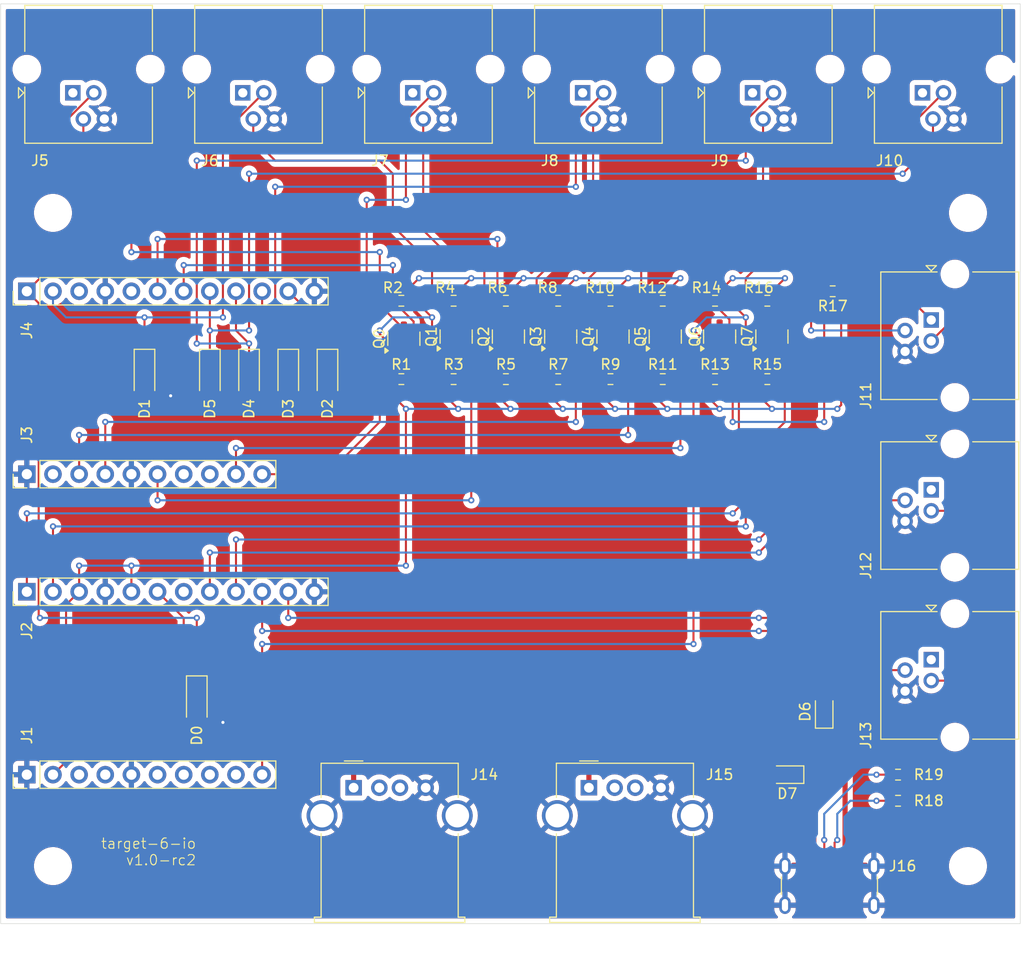
<source format=kicad_pcb>
(kicad_pcb (version 20221018) (generator pcbnew)
  (layers (0 "F.Cu" signal) (31 "B.Cu" signal) (34 "B.Paste" user) (35 "F.Paste" user) (36 "B.SilkS" user "B.Silkscreen") (37 "F.SilkS" user "F.Silkscreen") (38 "B.Mask" user) (39 "F.Mask" user) (44 "Edge.Cuts" user))
  (net 0 "")
  (net 1 "GND")
  (net 3 "VCC5V0")
  (net 4 "SWITCH_BUZZER")
  (net 5 "TARGET_LED3")
  (net 6 "TARGET_LED2")
  (net 8 "SWITCH_BUTTON")
  (net 10 "TARGET_LED1")
  (net 11 "TARGET_LED0")
  (net 12 "TARGET_LED5")
  (net 13 "TARGET_LED4")
  (net 19 "C_GPIO10")
  (net 21 "CHIGH_OUT")
  (net 22 "CHIGH_IN")
  (net 24 "S0_GPIO1")
  (net 25 "S0_GPIO4")
  (net 26 "S0_GPIO5")
  (net 27 "S0_GPIO6")
  (net 28 "S0_GPIO7")
  (net 29 "CLOW_OUT")
  (net 30 "CLOW_IN")
  (net 31 "S0_GPIO19")
  (net 32 "S0_GPIO18")
  (net 33 "S0_GPIO9")
  (net 34 "S0_GPIO20")
  (net 35 "S0_GPIO21")
  (net 36 "S0_GPIO10")
  (net 37 "S0_GPIO8")
  (net 38 "C_GPIO0")
  (net 39 "C_GPIO1")
  (net 46 "C_VCC3V3")
  (net 47 "S0_VCC3V3")
  (net 55 "Net-(J16-CC2)")
  (net 56 "Net-(J16-CC1)")
  (net 57 "Net-(D6-A1)")
  (footprint "Diode_SMD:D_SOD-323" (layer "F.Cu") (at 101.82 101.6 180)
    (fp_text reference "D7")
    (fp_text value "D_TVS")
  )
  (footprint "Connector_RJ:RJ14_Connfly_DS1133-S4_Horizontal" (layer "F.Cu") (at 98.45 35.32)
    (fp_text reference "J9")
    (fp_text value "RJ14")
  )
  (footprint "Resistor_SMD:R_0603_1608Metric" (layer "F.Cu") (at 64.325 55.531249 180)
    (fp_text reference "R2")
    (fp_text value "10K")
  )
  (footprint "Connector_USB:USB_A_Molex_67643_Horizontal" (layer "F.Cu") (at 59.69 102.87)
    (fp_text reference "J14")
    (fp_text value "USB_A")
  )
  (footprint "Package_TO_SOT_SMD:SOT-23" (layer "F.Cu") (at 69.65 59.01375 90)
    (fp_text reference "Q1")
    (fp_text value "Transistor_FET:BSS138")
  )
  (footprint "Resistor_SMD:R_0603_1608Metric" (layer "F.Cu") (at 106.235 54.61 180)
    (fp_text reference "R17")
    (fp_text value "10K")
  )
  (footprint "Package_TO_SOT_SMD:SOT-23" (layer "F.Cu") (at 79.81 59.01375 90)
    (fp_text reference "Q3")
    (fp_text value "Transistor_FET:BSS138")
  )
  (footprint "Resistor_SMD:R_0603_1608Metric" (layer "F.Cu") (at 69.405 55.531249 180)
    (fp_text reference "R4")
    (fp_text value "10K")
  )
  (footprint "Diode_SMD:D_SOD-123" (layer "F.Cu") (at 39.37 62.61 -90)
    (fp_text reference "D1")
    (fp_text value "D_Zener")
  )
  (footprint "Diode_SMD:D_SOD-323" (layer "F.Cu") (at 105.41 95.47 90)
    (fp_text reference "D6")
    (fp_text value "D_TVS")
  )
  (footprint "Package_TO_SOT_SMD:SOT-23" (layer "F.Cu") (at 100.33 59.01375 90)
    (fp_text reference "Q7")
    (fp_text value "Transistor_FET:BSS138")
  )
  (footprint "Resistor_SMD:R_0603_1608Metric" (layer "F.Cu") (at 79.565 55.531249 180)
    (fp_text reference "R8")
    (fp_text value "10K")
  )
  (footprint "Diode_SMD:D_SOD-123" (layer "F.Cu") (at 45.72 62.61 -90)
    (fp_text reference "D5")
    (fp_text value "D_Zener")
  )
  (footprint "Diode_SMD:D_SOD-123" (layer "F.Cu") (at 57.15 62.61 -90)
    (fp_text reference "D2")
    (fp_text value "D_Zener")
  )
  (footprint "Connector_RJ:RJ14_Connfly_DS1133-S4_Horizontal" (layer "F.Cu") (at 65.43 35.32)
    (fp_text reference "J7")
    (fp_text value "RJ14")
  )
  (footprint "Resistor_SMD:R_0603_1608Metric" (layer "F.Cu") (at 94.805 63.151249)
    (fp_text reference "R13")
    (fp_text value "10K")
  )
  (footprint "Resistor_SMD:R_0603_1608Metric" (layer "F.Cu") (at 89.725 55.531249 180)
    (fp_text reference "R12")
    (fp_text value "10K")
  )
  (footprint "Resistor_SMD:R_0603_1608Metric" (layer "F.Cu") (at 99.885 63.151249)
    (fp_text reference "R15")
    (fp_text value "10K")
  )
  (footprint "Package_TO_SOT_SMD:SOT-23" (layer "F.Cu") (at 95.25 59.01375 90)
    (fp_text reference "Q6")
    (fp_text value "Transistor_FET:BSS138")
  )
  (footprint "MountingHole:MountingHole_3.2mm_M3_ISO14580" (layer "F.Cu") (at 30.48 110.49)
    (fp_text reference "H1" hide)
    (fp_text value "MountingHole")
  )
  (footprint "Package_TO_SOT_SMD:SOT-23" (layer "F.Cu") (at 84.89 59.01375 90)
    (fp_text reference "Q4")
    (fp_text value "Transistor_FET:BSS138")
  )
  (footprint "Connector_RJ:RJ14_Connfly_DS1133-S4_Horizontal" (layer "F.Cu") (at 115.81 73.91 -90)
    (fp_text reference "J12")
    (fp_text value "RJ14")
  )
  (footprint "Resistor_SMD:R_0603_1608Metric" (layer "F.Cu") (at 84.645 55.531249 180)
    (fp_text reference "R10")
    (fp_text value "10K")
  )
  (footprint "Resistor_SMD:R_0603_1608Metric" (layer "F.Cu") (at 112.585 101.6)
    (fp_text reference "R19")
    (fp_text value "5.1K")
  )
  (footprint "Resistor_SMD:R_0603_1608Metric" (layer "F.Cu") (at 79.565 63.151249)
    (fp_text reference "R7")
    (fp_text value "10K")
  )
  (footprint "Package_TO_SOT_SMD:SOT-23" (layer "F.Cu") (at 64.57 59.22125 90)
    (fp_text reference "Q0")
    (fp_text value "Transistor_FET:BSS138")
  )
  (footprint "Resistor_SMD:R_0603_1608Metric" (layer "F.Cu") (at 84.645 63.151249)
    (fp_text reference "R9")
    (fp_text value "10K")
  )
  (footprint "Package_TO_SOT_SMD:SOT-23" (layer "F.Cu") (at 89.97 59.01375 90)
    (fp_text reference "Q5")
    (fp_text value "Transistor_FET:BSS138")
  )
  (footprint "Connector_RJ:RJ14_Connfly_DS1133-S4_Horizontal" (layer "F.Cu") (at 32.41 35.32)
    (fp_text reference "J5")
    (fp_text value "RJ14")
  )
  (footprint "Resistor_SMD:R_0603_1608Metric" (layer "F.Cu") (at 74.485 63.151249)
    (fp_text reference "R5")
    (fp_text value "10K")
  )
  (footprint "MountingHole:MountingHole_3.2mm_M3_ISO14580" (layer "F.Cu") (at 119.38 46.99)
    (fp_text reference "H4" hide)
    (fp_text value "MountingHole")
  )
  (footprint "Connector_RJ:RJ14_Connfly_DS1133-S4_Horizontal" (layer "F.Cu") (at 115.81 57.4 -90)
    (fp_text reference "J11")
    (fp_text value "RJ14")
  )
  (footprint "Resistor_SMD:R_0603_1608Metric" (layer "F.Cu") (at 94.805 55.531249 180)
    (fp_text reference "R14")
    (fp_text value "10K")
  )
  (footprint "Resistor_SMD:R_0603_1608Metric" (layer "F.Cu") (at 112.585 104.14)
    (fp_text reference "R18")
    (fp_text value "5.1K")
  )
  (footprint "Connector_RJ:RJ14_Connfly_DS1133-S4_Horizontal" (layer "F.Cu") (at 115.81 90.42 -90)
    (fp_text reference "J13")
    (fp_text value "RJ14")
  )
  (footprint "Connector_PinHeader_2.54mm:PinHeader_1x10_P2.54mm_Vertical" (layer "F.Cu") (at 27.94 72.39 90)
    (fp_text reference "J3")
    (fp_text value "Conn_01x10_Socket")
  )
  (footprint "Connector_PinHeader_2.54mm:PinHeader_1x12_P2.54mm_Vertical" (layer "F.Cu") (at 27.94 54.61 90)
    (fp_text reference "J4")
    (fp_text value "Conn_01x12_Socket")
  )
  (footprint "MountingHole:MountingHole_3.2mm_M3_ISO14580" (layer "F.Cu") (at 30.48 46.99)
    (fp_text reference "H3" hide)
    (fp_text value "MountingHole")
  )
  (footprint "Connector_RJ:RJ14_Connfly_DS1133-S4_Horizontal" (layer "F.Cu") (at 114.96 35.32)
    (fp_text reference "J10")
    (fp_text value "RJ14")
  )
  (footprint "Connector_USB:USB_C_Receptacle_GCT_USB4125-xx-x_6P_TopMnt_Horizontal" (layer "F.Cu") (at 105.92 113.49)
    (fp_text reference "J16")
    (fp_text value "USB_C_Receptacle_PowerOnly_6P")
  )
  (footprint "Connector_USB:USB_A_Molex_67643_Horizontal" (layer "F.Cu") (at 82.55 102.87)
    (fp_text reference "J15")
    (fp_text value "USB_A")
  )
  (footprint "Diode_SMD:D_SOD-123" (layer "F.Cu") (at 53.34 62.61 -90)
    (fp_text reference "D3")
    (fp_text value "D_Zener")
  )
  (footprint "Resistor_SMD:R_0603_1608Metric" (layer "F.Cu") (at 99.885 55.531249 180)
    (fp_text reference "R16")
    (fp_text value "10K")
  )
  (footprint "Package_TO_SOT_SMD:SOT-23" (layer "F.Cu") (at 74.73 59.01375 90)
    (fp_text reference "Q2")
    (fp_text value "Transistor_FET:BSS138")
  )
  (footprint "Connector_RJ:RJ14_Connfly_DS1133-S4_Horizontal" (layer "F.Cu") (at 48.92 35.32)
    (fp_text reference "J6")
    (fp_text value "RJ14")
  )
  (footprint "MountingHole:MountingHole_3.2mm_M3_ISO14580" (layer "F.Cu") (at 119.38 110.49)
    (fp_text reference "H2" hide)
    (fp_text value "MountingHole")
  )
  (footprint "Connector_RJ:RJ14_Connfly_DS1133-S4_Horizontal" (layer "F.Cu") (at 81.94 35.32)
    (fp_text reference "J8")
    (fp_text value "RJ14")
  )
  (footprint "Resistor_SMD:R_0603_1608Metric" (layer "F.Cu") (at 74.485 55.531249 180)
    (fp_text reference "R6")
    (fp_text value "10K")
  )
  (footprint "Diode_SMD:D_SOD-123" (layer "F.Cu") (at 44.45 94.36 -90)
    (fp_text reference "D0")
    (fp_text value "D_Zener")
  )
  (footprint "Resistor_SMD:R_0603_1608Metric" (layer "F.Cu") (at 89.725 63.151249)
    (fp_text reference "R11")
    (fp_text value "10K")
  )
  (footprint "Resistor_SMD:R_0603_1608Metric" (layer "F.Cu") (at 64.325 63.151249)
    (fp_text reference "R1")
    (fp_text value "10K")
  )
  (footprint "Resistor_SMD:R_0603_1608Metric" (layer "F.Cu") (at 69.405 63.151249)
    (fp_text reference "R3")
    (fp_text value "10K")
  )
  (footprint "Connector_PinHeader_2.54mm:PinHeader_1x12_P2.54mm_Vertical" (layer "F.Cu") (at 27.94 83.82 90)
    (fp_text reference "J2")
    (fp_text value "Conn_01x12_Socket")
  )
  (footprint "Connector_PinHeader_2.54mm:PinHeader_1x10_P2.54mm_Vertical" (layer "F.Cu") (at 27.94 101.6 90)
    (fp_text reference "J1")
    (fp_text value "Conn_01x10_Socket")
  )
  (footprint "Diode_SMD:D_SOD-123" (layer "F.Cu") (at 49.53 62.61 -90)
    (fp_text reference "D4")
    (fp_text value "D_Zener")
  )
  (gr_rect (start 25.4 26.67) (end 124.46 116.08) (stroke (width 0.05)) (fill none) (layer "Edge.Cuts"))
  (gr_text "target-6-io\nv1.0-rc2" (at 44.45 110.49) (layer "F.SilkS") (effects (font (size 1 1) (thickness 0.1)) (justify right bottom)))
  (via (at 41.91 64.77) (size 0.6) (drill 0.3) (layers "F.Cu" "B.Cu") (net 1))
  (via (at 46.99 96.52) (size 0.6) (drill 0.3) (layers "F.Cu" "B.Cu") (net 1))
  (segment (start 31.75 85.09) (end 31.75 100.33) (width 0.2) (layer "F.Cu") (net 3))
  (segment (start 68.58 64.77) (end 69.85 66.04) (width 0.2) (layer "F.Cu") (net 3))
  (segment (start 88.9 63.151249) (end 88.9 64.77) (width 0.2) (layer "F.Cu") (net 3))
  (segment (start 107.06 65.66) (end 107.06 54.61) (width 0.2) (layer "F.Cu") (net 3))
  (segment (start 73.66 63.151249) (end 73.66 64.77) (width 0.2) (layer "F.Cu") (net 3))
  (segment (start 83.82 64.77) (end 85.09 66.04) (width 0.2) (layer "F.Cu") (net 3))
  (segment (start 106.68 66.04) (end 107.06 65.66) (width 0.2) (layer "F.Cu") (net 3))
  (segment (start 78.74 63.151249) (end 78.74 64.77) (width 0.2) (layer "F.Cu") (net 3))
  (segment (start 64.77 66.04) (end 64.77 81.28) (width 0.2) (layer "F.Cu") (net 3))
  (segment (start 93.98 64.77) (end 95.25 66.04) (width 0.2) (layer "F.Cu") (net 3))
  (segment (start 107.06 54.61) (end 113.02 54.61) (width 0.2) (layer "F.Cu") (net 3))
  (segment (start 73.66 64.77) (end 74.93 66.04) (width 0.2) (layer "F.Cu") (net 3))
  (segment (start 99.06 64.77) (end 100.33 66.04) (width 0.2) (layer "F.Cu") (net 3))
  (segment (start 99.06 63.151249) (end 99.06 64.77) (width 0.2) (layer "F.Cu") (net 3))
  (segment (start 68.58 63.151249) (end 68.58 64.77) (width 0.2) (layer "F.Cu") (net 3))
  (segment (start 33.02 81.28) (end 33.02 83.82) (width 0.2) (layer "F.Cu") (net 3))
  (segment (start 38.1 81.28) (end 38.1 83.82) (width 0.2) (layer "F.Cu") (net 3))
  (segment (start 88.9 64.77) (end 90.17 66.04) (width 0.2) (layer "F.Cu") (net 3))
  (segment (start 31.75 100.33) (end 30.48 101.6) (width 0.2) (layer "F.Cu") (net 3))
  (segment (start 63.745 63.151249) (end 63.745 65.015) (width 0.2) (layer "F.Cu") (net 3))
  (segment (start 33.02 83.82) (end 31.75 85.09) (width 0.2) (layer "F.Cu") (net 3))
  (segment (start 93.98 63.151249) (end 93.98 64.77) (width 0.2) (layer "F.Cu") (net 3))
  (segment (start 83.82 63.151249) (end 83.82 64.77) (width 0.2) (layer "F.Cu") (net 3))
  (segment (start 113.02 54.61) (end 115.81 57.4) (width 0.2) (layer "F.Cu") (net 3))
  (segment (start 78.74 64.77) (end 80.01 66.04) (width 0.2) (layer "F.Cu") (net 3))
  (segment (start 63.745 65.015) (end 64.77 66.04) (width 0.2) (layer "F.Cu") (net 3))
  (via (at 64.77 66.04) (size 0.6) (drill 0.3) (layers "F.Cu" "B.Cu") (net 3))
  (via (at 106.68 66.04) (size 0.6) (drill 0.3) (layers "F.Cu" "B.Cu") (net 3))
  (via (at 64.77 81.28) (size 0.6) (drill 0.3) (layers "F.Cu" "B.Cu") (net 3))
  (via (at 74.93 66.04) (size 0.6) (drill 0.3) (layers "F.Cu" "B.Cu") (net 3))
  (via (at 80.01 66.04) (size 0.6) (drill 0.3) (layers "F.Cu" "B.Cu") (net 3))
  (via (at 33.02 81.28) (size 0.6) (drill 0.3) (layers "F.Cu" "B.Cu") (net 3))
  (via (at 100.33 66.04) (size 0.6) (drill 0.3) (layers "F.Cu" "B.Cu") (net 3))
  (via (at 85.09 66.04) (size 0.6) (drill 0.3) (layers "F.Cu" "B.Cu") (net 3))
  (via (at 38.1 81.28) (size 0.6) (drill 0.3) (layers "F.Cu" "B.Cu") (net 3))
  (via (at 95.25 66.04) (size 0.6) (drill 0.3) (layers "F.Cu" "B.Cu") (net 3))
  (via (at 90.17 66.04) (size 0.6) (drill 0.3) (layers "F.Cu" "B.Cu") (net 3))
  (via (at 69.85 66.04) (size 0.6) (drill 0.3) (layers "F.Cu" "B.Cu") (net 3))
  (segment (start 100.33 66.04) (end 95.25 66.04) (width 0.2) (layer "B.Cu") (net 3))
  (segment (start 80.01 66.04) (end 85.09 66.04) (width 0.2) (layer "B.Cu") (net 3))
  (segment (start 64.77 81.28) (end 38.1 81.28) (width 0.2) (layer "B.Cu") (net 3))
  (segment (start 85.09 66.04) (end 90.17 66.04) (width 0.2) (layer "B.Cu") (net 3))
  (segment (start 69.85 66.04) (end 74.93 66.04) (width 0.2) (layer "B.Cu") (net 3))
  (segment (start 69.85 66.04) (end 64.77 66.04) (width 0.2) (layer "B.Cu") (net 3))
  (segment (start 95.25 66.04) (end 90.17 66.04) (width 0.2) (layer "B.Cu") (net 3))
  (segment (start 74.93 66.04) (end 80.01 66.04) (width 0.2) (layer "B.Cu") (net 3))
  (segment (start 38.1 81.28) (end 33.02 81.28) (width 0.2) (layer "B.Cu") (net 3))
  (segment (start 100.33 66.04) (end 106.68 66.04) (width 0.2) (layer "B.Cu") (net 3))
  (segment (start 100.33 58.07625) (end 100.33 62.771249) (width 0.2) (layer "F.Cu") (net 4))
  (segment (start 97.79 55.53625) (end 97.79 53.34) (width 0.2) (layer "F.Cu") (net 4))
  (segment (start 99.06 52.07) (end 102.87 52.07) (width 0.2) (layer "F.Cu") (net 4))
  (segment (start 102.87 52.07) (end 104.14 53.34) (width 0.2) (layer "F.Cu") (net 4))
  (segment (start 100.33 62.771249) (end 100.71 63.151249) (width 0.2) (layer "F.Cu") (net 4))
  (segment (start 97.79 53.34) (end 99.06 52.07) (width 0.2) (layer "F.Cu") (net 4))
  (segment (start 100.33 58.07625) (end 97.79 55.53625) (width 0.2) (layer "F.Cu") (net 4))
  (segment (start 104.14 53.34) (end 104.14 58.42) (width 0.2) (layer "F.Cu") (net 4))
  (via (at 104.14 58.42) (size 0.6) (drill 0.3) (layers "F.Cu" "B.Cu") (net 4))
  (segment (start 104.14 58.42) (end 113.27 58.42) (width 0.2) (layer "B.Cu") (net 4))
  (segment (start 79.81 58.07625) (end 79.81 62.571249) (width 0.2) (layer "F.Cu") (net 5))
  (segment (start 79.81 62.571249) (end 80.39 63.151249) (width 0.2) (layer "F.Cu") (net 5))
  (segment (start 77.47 53.34) (end 82.96 47.85) (width 0.2) (layer "F.Cu") (net 5))
  (segment (start 77.47 55.73625) (end 77.47 53.34) (width 0.2) (layer "F.Cu") (net 5))
  (segment (start 82.96 47.85) (end 82.96 37.86) (width 0.2) (layer "F.Cu") (net 5))
  (segment (start 79.81 58.07625) (end 77.47 55.73625) (width 0.2) (layer "F.Cu") (net 5))
  (segment (start 74.73 62.571249) (end 75.31 63.151249) (width 0.2) (layer "F.Cu") (net 6))
  (segment (start 68.58 50.8) (end 71.12 50.8) (width 0.2) (layer "F.Cu") (net 6))
  (segment (start 66.45 37.86) (end 66.45 48.67) (width 0.2) (layer "F.Cu") (net 6))
  (segment (start 71.12 50.8) (end 72.39 52.07) (width 0.2) (layer "F.Cu") (net 6))
  (segment (start 66.45 48.67) (end 68.58 50.8) (width 0.2) (layer "F.Cu") (net 6))
  (segment (start 72.39 55.73625) (end 72.39 52.07) (width 0.2) (layer "F.Cu") (net 6))
  (segment (start 74.73 58.07625) (end 72.39 55.73625) (width 0.2) (layer "F.Cu") (net 6))
  (segment (start 74.73 58.07625) (end 74.73 62.571249) (width 0.2) (layer "F.Cu") (net 6))
  (segment (start 96.52 67.31) (end 96.52 64.041249) (width 0.2) (layer "F.Cu") (net 8))
  (segment (start 116.8 58.45) (end 116.81 58.45) (width 0.2) (layer "F.Cu") (net 8))
  (segment (start 106.68 53.34) (end 105.41 54.61) (width 0.2) (layer "F.Cu") (net 8))
  (segment (start 105.41 67.31) (end 105.41 54.61) (width 0.2) (layer "F.Cu") (net 8))
  (segment (start 115.81 59.44) (end 116.8 58.45) (width 0.2) (layer "F.Cu") (net 8))
  (segment (start 95.25 62.771249) (end 95.63 63.151249) (width 0.2) (layer "F.Cu") (net 8))
  (segment (start 118.11 55.88) (end 115.57 53.34) (width 0.2) (layer "F.Cu") (net 8))
  (segment (start 95.25 58.07625) (end 95.25 62.771249) (width 0.2) (layer "F.Cu") (net 8))
  (segment (start 96.52 64.041249) (end 95.63 63.151249) (width 0.2) (layer "F.Cu") (net 8))
  (segment (start 118.11 57.15) (end 118.11 55.88) (width 0.2) (layer "F.Cu") (net 8))
  (segment (start 116.81 58.45) (end 118.11 57.15) (width 0.2) (layer "F.Cu") (net 8))
  (segment (start 106.68 53.34) (end 115.57 53.34) (width 0.2) (layer "F.Cu") (net 8))
  (via (at 96.52 67.31) (size 0.6) (drill 0.3) (layers "F.Cu" "B.Cu") (net 8))
  (via (at 105.41 67.31) (size 0.6) (drill 0.3) (layers "F.Cu" "B.Cu") (net 8))
  (segment (start 96.52 67.31) (end 105.41 67.31) (width 0.2) (layer "B.Cu") (net 8))
  (segment (start 69.65 62.571249) (end 69.65 58.07625) (width 0.2) (layer "F.Cu") (net 10))
  (segment (start 49.94 39.78) (end 49.94 37.86) (width 0.2) (layer "F.Cu") (net 10))
  (segment (start 63.5 48.26) (end 63.5 43.18) (width 0.2) (layer "F.Cu") (net 10))
  (segment (start 52.07 41.91) (end 49.94 39.78) (width 0.2) (layer "F.Cu") (net 10))
  (segment (start 63.5 43.18) (end 62.23 41.91) (width 0.2) (layer "F.Cu") (net 10))
  (segment (start 70.23 63.151249) (end 69.65 62.571249) (width 0.2) (layer "F.Cu") (net 10))
  (segment (start 67.31 52.07) (end 63.5 48.26) (width 0.2) (layer "F.Cu") (net 10))
  (segment (start 67.31 55.73625) (end 69.65 58.07625) (width 0.2) (layer "F.Cu") (net 10))
  (segment (start 62.23 41.91) (end 52.07 41.91) (width 0.2) (layer "F.Cu") (net 10))
  (segment (start 67.31 52.07) (end 67.31 55.73625) (width 0.2) (layer "F.Cu") (net 10))
  (segment (start 64.57 58.28375) (end 64.57 62.571249) (width 0.2) (layer "F.Cu") (net 11))
  (segment (start 62.23 50.8) (end 62.23 55.94375) (width 0.2) (layer "F.Cu") (net 11))
  (segment (start 38.1 44.45) (end 38.1 50.8) (width 0.2) (layer "F.Cu") (net 11))
  (segment (start 33.43 37.86) (end 33.43 39.78) (width 0.2) (layer "F.Cu") (net 11))
  (segment (start 64.57 62.571249) (end 65.15 63.151249) (width 0.2) (layer "F.Cu") (net 11))
  (segment (start 62.23 55.94375) (end 64.57 58.28375) (width 0.2) (layer "F.Cu") (net 11))
  (segment (start 33.43 39.78) (end 38.1 44.45) (width 0.2) (layer "F.Cu") (net 11))
  (via (at 38.1 50.8) (size 0.6) (drill 0.3) (layers "F.Cu" "B.Cu") (net 11))
  (via (at 62.23 50.8) (size 0.6) (drill 0.3) (layers "F.Cu" "B.Cu") (net 11))
  (segment (start 38.1 50.8) (end 62.23 50.8) (width 0.2) (layer "B.Cu") (net 11))
  (segment (start 99.06 45.72) (end 90.17 45.72) (width 0.2) (layer "F.Cu") (net 12))
  (segment (start 115.98 37.86) (end 115.98 42.77) (width 0.2) (layer "F.Cu") (net 12))
  (segment (start 115.98 42.77) (end 114.3 44.45) (width 0.2) (layer "F.Cu") (net 12))
  (segment (start 87.63 55.73625) (end 87.63 48.26) (width 0.2) (layer "F.Cu") (net 12))
  (segment (start 87.63 48.26) (end 90.17 45.72) (width 0.2) (layer "F.Cu") (net 12))
  (segment (start 89.97 58.07625) (end 89.97 62.571249) (width 0.2) (layer "F.Cu") (net 12))
  (segment (start 89.97 62.571249) (end 90.55 63.151249) (width 0.2) (layer "F.Cu") (net 12))
  (segment (start 100.33 44.45) (end 99.06 45.72) (width 0.2) (layer "F.Cu") (net 12))
  (segment (start 114.3 44.45) (end 100.33 44.45) (width 0.2) (layer "F.Cu") (net 12))
  (segment (start 87.63 55.73625) (end 89.97 58.07625) (width 0.2) (layer "F.Cu") (net 12))
  (segment (start 82.55 53.34) (end 83.82 52.07) (width 0.2) (layer "F.Cu") (net 13))
  (segment (start 84.89 62.571249) (end 85.47 63.151249) (width 0.2) (layer "F.Cu") (net 13))
  (segment (start 99.06 44.45) (end 88.9 44.45) (width 0.2) (layer "F.Cu") (net 13))
  (segment (start 83.82 52.07) (end 85.09 52.07) (width 0.2) (layer "F.Cu") (net 13))
  (segment (start 85.09 52.07) (end 86.36 50.8) (width 0.2) (layer "F.Cu") (net 13))
  (segment (start 99.47 37.86) (end 99.47 44.04) (width 0.2) (layer "F.Cu") (net 13))
  (segment (start 88.9 44.45) (end 86.36 46.99) (width 0.2) (layer "F.Cu") (net 13))
  (segment (start 84.89 58.07625) (end 84.89 62.571249) (width 0.2) (layer "F.Cu") (net 13))
  (segment (start 99.47 44.04) (end 99.06 44.45) (width 0.2) (layer "F.Cu") (net 13))
  (segment (start 84.89 58.07625) (end 82.55 55.73625) (width 0.2) (layer "F.Cu") (net 13))
  (segment (start 82.55 55.73625) (end 82.55 53.34) (width 0.2) (layer "F.Cu") (net 13))
  (segment (start 86.36 46.99) (end 86.36 50.8) (width 0.2) (layer "F.Cu") (net 13))
  (segment (start 36.83 45.72) (end 36.83 50.8) (width 0.2) (layer "F.Cu") (net 19))
  (segment (start 43.18 91.44) (end 43.18 86.36) (width 0.2) (layer "F.Cu") (net 19))
  (segment (start 30.48 52.07) (end 27.94 54.61) (width 0.2) (layer "F.Cu") (net 19))
  (segment (start 29.09 86.24) (end 29.21 86.36) (width 0.2) (layer "F.Cu") (net 19))
  (segment (start 34.45 35.32) (end 31.75 38.02) (width 0.2) (layer "F.Cu") (net 19))
  (segment (start 44.45 86.36) (end 44.45 92.71) (width 0.2) (layer "F.Cu") (net 19))
  (segment (start 27.94 54.61) (end 29.09 55.76) (width 0.2) (layer "F.Cu") (net 19))
  (segment (start 36.83 50.8) (end 35.56 52.07) (width 0.2) (layer "F.Cu") (net 19))
  (segment (start 31.75 40.64) (end 36.83 45.72) (width 0.2) (layer "F.Cu") (net 19))
  (segment (start 35.56 52.07) (end 30.48 52.07) (width 0.2) (layer "F.Cu") (net 19))
  (segment (start 43.18 86.36) (end 40.64 83.82) (width 0.2) (layer "F.Cu") (net 19))
  (segment (start 31.75 38.02) (end 31.75 40.64) (width 0.2) (layer "F.Cu") (net 19))
  (segment (start 29.09 55.76) (end 29.09 86.24) (width 0.2) (layer "F.Cu") (net 19))
  (segment (start 44.45 92.71) (end 43.18 91.44) (width 0.2) (layer "F.Cu") (net 19))
  (via (at 29.21 86.36) (size 0.6) (drill 0.3) (layers "F.Cu" "B.Cu") (net 19))
  (via (at 44.45 86.36) (size 0.6) (drill 0.3) (layers "F.Cu" "B.Cu") (net 19))
  (segment (start 29.21 86.36) (end 44.45 86.36) (width 0.2) (layer "B.Cu") (net 19))
  (segment (start 45.72 80.01) (end 45.72 83.82) (width 0.2) (layer "F.Cu") (net 21))
  (segment (start 104.14 74.93) (end 99.06 80.01) (width 0.2) (layer "F.Cu") (net 21))
  (segment (start 113.27 74.93) (end 104.14 74.93) (width 0.2) (layer "F.Cu") (net 21))
  (via (at 99.06 80.01) (size 0.6) (drill 0.3) (layers "F.Cu" "B.Cu") (net 21))
  (via (at 45.72 80.01) (size 0.6) (drill 0.3) (layers "F.Cu" "B.Cu") (net 21))
  (segment (start 99.06 80.01) (end 45.72 80.01) (width 0.2) (layer "B.Cu") (net 21))
  (segment (start 117.09 75.95) (end 118.11 74.93) (width 0.2) (layer "F.Cu") (net 22))
  (segment (start 118.11 74.93) (end 118.11 73.66) (width 0.2) (layer "F.Cu") (net 22))
  (segment (start 118.11 73.66) (end 116.84 72.39) (width 0.2) (layer "F.Cu") (net 22))
  (segment (start 48.26 78.74) (end 48.26 83.82) (width 0.2) (layer "F.Cu") (net 22))
  (segment (start 115.81 75.95) (end 117.09 75.95) (width 0.2) (layer "F.Cu") (net 22))
  (segment (start 116.84 72.39) (end 105.41 72.39) (width 0.2) (layer "F.Cu") (net 22))
  (segment (start 99.06 78.74) (end 105.41 72.39) (width 0.2) (layer "F.Cu") (net 22))
  (via (at 48.26 78.74) (size 0.6) (drill 0.3) (layers "F.Cu" "B.Cu") (net 22))
  (via (at 99.06 78.74) (size 0.6) (drill 0.3) (layers "F.Cu" "B.Cu") (net 22))
  (segment (start 99.06 78.74) (end 48.26 78.74) (width 0.2) (layer "B.Cu") (net 22))
  (segment (start 48.26 38.1) (end 46.99 39.37) (width 0.2) (layer "F.Cu") (net 24))
  (segment (start 50.96 35.32) (end 48.26 38.02) (width 0.2) (layer "F.Cu") (net 24))
  (segment (start 46.99 39.37) (end 46.99 57.15) (width 0.2) (layer "F.Cu") (net 24))
  (segment (start 39.37 57.15) (end 39.37 60.96) (width 0.2) (layer "F.Cu") (net 24))
  (segment (start 48.26 38.02) (end 48.26 38.1) (width 0.2) (layer "F.Cu") (net 24))
  (via (at 39.37 57.15) (size 0.6) (drill 0.3) (layers "F.Cu" "B.Cu") (net 24))
  (via (at 46.99 57.15) (size 0.6) (drill 0.3) (layers "F.Cu" "B.Cu") (net 24))
  (segment (start 39.37 57.15) (end 31.75 57.15) (width 0.2) (layer "B.Cu") (net 24))
  (segment (start 31.75 57.15) (end 30.48 55.88) (width 0.2) (layer "B.Cu") (net 24))
  (segment (start 46.99 57.15) (end 39.37 57.15) (width 0.2) (layer "B.Cu") (net 24))
  (segment (start 30.48 55.88) (end 30.48 54.61) (width 0.2) (layer "B.Cu") (net 24))
  (segment (start 64.77 38.02) (end 64.77 45.72) (width 0.2) (layer "F.Cu") (net 25))
  (segment (start 54.61 55.88) (end 53.34 54.61) (width 0.2) (layer "F.Cu") (net 25))
  (segment (start 57.15 60.96) (end 55.88 60.96) (width 0.2) (layer "F.Cu") (net 25))
  (segment (start 60.96 59.69) (end 59.69 60.96) (width 0.2) (layer "F.Cu") (net 25))
  (segment (start 67.47 35.32) (end 64.77 38.02) (width 0.2) (layer "F.Cu") (net 25))
  (segment (start 54.61 59.69) (end 54.61 55.88) (width 0.2) (layer "F.Cu") (net 25))
  (segment (start 59.69 60.96) (end 57.15 60.96) (width 0.2) (layer "F.Cu") (net 25))
  (segment (start 60.96 45.72) (end 60.96 59.69) (width 0.2) (layer "F.Cu") (net 25))
  (segment (start 55.88 60.96) (end 54.61 59.69) (width 0.2) (layer "F.Cu") (net 25))
  (via (at 60.96 45.72) (size 0.6) (drill 0.3) (layers "F.Cu" "B.Cu") (net 25))
  (via (at 64.77 45.72) (size 0.6) (drill 0.3) (layers "F.Cu" "B.Cu") (net 25))
  (segment (start 64.77 45.72) (end 60.96 45.72) (width 0.2) (layer "B.Cu") (net 25))
  (segment (start 52.07 44.45) (end 52.07 55.88) (width 0.2) (layer "F.Cu") (net 26))
  (segment (start 81.28 38.02) (end 81.28 44.45) (width 0.2) (layer "F.Cu") (net 26))
  (segment (start 52.07 60.96) (end 50.8 59.69) (width 0.2) (layer "F.Cu") (net 26))
  (segment (start 50.8 59.69) (end 50.8 54.61) (width 0.2) (layer "F.Cu") (net 26))
  (segment (start 53.34 60.96) (end 52.07 60.96) (width 0.2) (layer "F.Cu") (net 26))
  (segment (start 53.34 57.15) (end 53.34 60.96) (width 0.2) (layer "F.Cu") (net 26))
  (segment (start 52.07 55.88) (end 53.34 57.15) (width 0.2) (layer "F.Cu") (net 26))
  (segment (start 83.98 35.32) (end 81.28 38.02) (width 0.2) (layer "F.Cu") (net 26))
  (via (at 81.28 44.45) (size 0.6) (drill 0.3) (layers "F.Cu" "B.Cu") (net 26))
  (via (at 52.07 44.45) (size 0.6) (drill 0.3) (layers "F.Cu" "B.Cu") (net 26))
  (segment (start 81.28 44.45) (end 52.07 44.45) (width 0.2) (layer "B.Cu") (net 26))
  (segment (start 44.45 41.91) (end 44.45 59.69) (width 0.2) (layer "F.Cu") (net 27))
  (segment (start 100.49 35.32) (end 97.79 38.02) (width 0.2) (layer "F.Cu") (net 27))
  (segment (start 97.79 38.02) (end 97.79 38.1) (width 0.2) (layer "F.Cu") (net 27))
  (segment (start 49.53 59.69) (end 49.53 60.96) (width 0.2) (layer "F.Cu") (net 27))
  (segment (start 97.79 38.1) (end 97.79 41.91) (width 0.2) (layer "F.Cu") (net 27))
  (segment (start 49.53 59.69) (end 48.26 58.42) (width 0.2) (layer "F.Cu") (net 27))
  (segment (start 48.26 58.42) (end 48.26 54.61) (width 0.2) (layer "F.Cu") (net 27))
  (via (at 97.79 41.91) (size 0.6) (drill 0.3) (layers "F.Cu" "B.Cu") (net 27))
  (via (at 44.45 41.91) (size 0.6) (drill 0.3) (layers "F.Cu" "B.Cu") (net 27))
  (via (at 44.45 59.69) (size 0.6) (drill 0.3) (layers "F.Cu" "B.Cu") (net 27))
  (via (at 49.53 59.69) (size 0.6) (drill 0.3) (layers "F.Cu" "B.Cu") (net 27))
  (segment (start 44.45 41.91) (end 97.79 41.91) (width 0.2) (layer "B.Cu") (net 27))
  (segment (start 44.45 59.69) (end 49.53 59.69) (width 0.2) (layer "B.Cu") (net 27))
  (segment (start 114.3 41.91) (end 113.03 43.18) (width 0.2) (layer "F.Cu") (net 28))
  (segment (start 49.53 43.18) (end 49.53 58.42) (width 0.2) (layer "F.Cu") (net 28))
  (segment (start 114.3 38.02) (end 114.3 41.91) (width 0.2) (layer "F.Cu") (net 28))
  (segment (start 117 35.32) (end 114.3 38.02) (width 0.2) (layer "F.Cu") (net 28))
  (segment (start 45.72 58.42) (end 45.72 60.96) (width 0.2) (layer "F.Cu") (net 28))
  (segment (start 45.72 58.42) (end 45.72 54.61) (width 0.2) (layer "F.Cu") (net 28))
  (via (at 45.72 58.42) (size 0.6) (drill 0.3) (layers "F.Cu" "B.Cu") (net 28))
  (via (at 49.53 43.18) (size 0.6) (drill 0.3) (layers "F.Cu" "B.Cu") (net 28))
  (via (at 49.53 58.42) (size 0.6) (drill 0.3) (layers "F.Cu" "B.Cu") (net 28))
  (via (at 113.03 43.18) (size 0.6) (drill 0.3) (layers "F.Cu" "B.Cu") (net 28))
  (segment (start 113.03 43.18) (end 49.53 43.18) (width 0.2) (layer "B.Cu") (net 28))
  (segment (start 49.53 58.42) (end 45.72 58.42) (width 0.2) (layer "B.Cu") (net 28))
  (segment (start 113.27 91.44) (end 106.68 91.44) (width 0.2) (layer "F.Cu") (net 29))
  (segment (start 106.68 91.44) (end 102.87 87.63) (width 0.2) (layer "F.Cu") (net 29))
  (segment (start 50.8 87.63) (end 50.8 83.82) (width 0.2) (layer "F.Cu") (net 29))
  (segment (start 102.87 87.63) (end 99.06 87.63) (width 0.2) (layer "F.Cu") (net 29))
  (via (at 50.8 87.63) (size 0.6) (drill 0.3) (layers "F.Cu" "B.Cu") (net 29))
  (via (at 99.06 87.63) (size 0.6) (drill 0.3) (layers "F.Cu" "B.Cu") (net 29))
  (segment (start 99.06 87.63) (end 50.8 87.63) (width 0.2) (layer "B.Cu") (net 29))
  (segment (start 117.09 92.46) (end 118.11 91.44) (width 0.2) (layer "F.Cu") (net 30))
  (segment (start 118.11 91.44) (end 118.11 90.17) (width 0.2) (layer "F.Cu") (net 30))
  (segment (start 53.34 86.36) (end 53.34 83.82) (width 0.2) (layer "F.Cu") (net 30))
  (segment (start 102.87 86.36) (end 99.06 86.36) (width 0.2) (layer "F.Cu") (net 30))
  (segment (start 116.84 88.9) (end 105.41 88.9) (width 0.2) (layer "F.Cu") (net 30))
  (segment (start 118.11 90.17) (end 116.84 88.9) (width 0.2) (layer "F.Cu") (net 30))
  (segment (start 105.41 88.9) (end 102.87 86.36) (width 0.2) (layer "F.Cu") (net 30))
  (segment (start 115.81 92.46) (end 117.09 92.46) (width 0.2) (layer "F.Cu") (net 30))
  (via (at 99.06 86.36) (size 0.6) (drill 0.3) (layers "F.Cu" "B.Cu") (net 30))
  (via (at 53.34 86.36) (size 0.6) (drill 0.3) (layers "F.Cu" "B.Cu") (net 30))
  (segment (start 99.06 86.36) (end 53.34 86.36) (width 0.2) (layer "B.Cu") (net 30))
  (segment (start 83.82 55.628198) (end 85.84 57.648198) (width 0.2) (layer "F.Cu") (net 31))
  (segment (start 85.84 59.95125) (end 86.36 60.47125) (width 0.2) (layer "F.Cu") (net 31))
  (segment (start 85.84 57.648198) (end 85.84 59.95125) (width 0.2) (layer "F.Cu") (net 31))
  (segment (start 83.82 55.531249) (end 83.82 55.628198) (width 0.2) (layer "F.Cu") (net 31))
  (segment (start 86.36 60.47125) (end 86.36 68.58) (width 0.2) (layer "F.Cu") (net 31))
  (segment (start 33.02 68.58) (end 33.02 72.39) (width 0.2) (layer "F.Cu") (net 31))
  (via (at 86.36 68.58) (size 0.6) (drill 0.3) (layers "F.Cu" "B.Cu") (net 31))
  (via (at 33.02 68.58) (size 0.6) (drill 0.3) (layers "F.Cu" "B.Cu") (net 31))
  (segment (start 86.36 68.58) (end 33.02 68.58) (width 0.2) (layer "B.Cu") (net 31))
  (segment (start 35.56 67.31) (end 35.56 72.39) (width 0.2) (layer "F.Cu") (net 32))
  (segment (start 78.74 55.531249) (end 78.74 55.628198) (width 0.2) (layer "F.Cu") (net 32))
  (segment (start 80.76 59.95125) (end 81.28 60.47125) (width 0.2) (layer "F.Cu") (net 32))
  (segment (start 81.28 60.47125) (end 81.28 67.31) (width 0.2) (layer "F.Cu") (net 32))
  (segment (start 80.76 57.648198) (end 80.76 59.95125) (width 0.2) (layer "F.Cu") (net 32))
  (segment (start 78.74 55.628198) (end 80.76 57.648198) (width 0.2) (layer "F.Cu") (net 32))
  (via (at 35.56 67.31) (size 0.6) (drill 0.3) (layers "F.Cu" "B.Cu") (net 32))
  (via (at 81.28 67.31) (size 0.6) (drill 0.3) (layers "F.Cu" "B.Cu") (net 32))
  (segment (start 81.28 67.31) (end 35.56 67.31) (width 0.2) (layer "B.Cu") (net 32))
  (segment (start 71.12 60.47125) (end 71.12 74.93) (width 0.2) (layer "F.Cu") (net 33))
  (segment (start 70.6 57.551249) (end 68.58 55.531249) (width 0.2) (layer "F.Cu") (net 33))
  (segment (start 70.6 59.95125) (end 71.12 60.47125) (width 0.2) (layer "F.Cu") (net 33))
  (segment (start 40.64 74.93) (end 40.64 72.39) (width 0.2) (layer "F.Cu") (net 33))
  (segment (start 70.6 59.95125) (end 70.6 57.551249) (width 0.2) (layer "F.Cu") (net 33))
  (via (at 71.12 74.93) (size 0.6) (drill 0.3) (layers "F.Cu" "B.Cu") (net 33))
  (via (at 40.64 74.93) (size 0.6) (drill 0.3) (layers "F.Cu" "B.Cu") (net 33))
  (segment (start 71.12 74.93) (end 40.64 74.93) (width 0.2) (layer "B.Cu") (net 33))
  (segment (start 90.92 59.95125) (end 91.44 60.47125) (width 0.2) (layer "F.Cu") (net 35))
  (segment (start 90.92 57.551249) (end 90.92 59.95125) (width 0.2) (layer "F.Cu") (net 35))
  (segment (start 91.44 60.47125) (end 91.44 69.85) (width 0.2) (layer "F.Cu") (net 35))
  (segment (start 88.9 55.531249) (end 90.92 57.551249) (width 0.2) (layer "F.Cu") (net 35))
  (segment (start 48.26 69.85) (end 48.26 72.39) (width 0.2) (layer "F.Cu") (net 35))
  (via (at 48.26 69.85) (size 0.6) (drill 0.3) (layers "F.Cu" "B.Cu") (net 35))
  (via (at 91.44 69.85) (size 0.6) (drill 0.3) (layers "F.Cu" "B.Cu") (net 35))
  (segment (start 91.44 69.85) (end 48.26 69.85) (width 0.2) (layer "B.Cu") (net 35))
  (segment (start 73.66 55.628198) (end 75.68 57.648198) (width 0.2) (layer "F.Cu") (net 36))
  (segment (start 73.66 55.531249) (end 73.66 55.628198) (width 0.2) (layer "F.Cu") (net 36))
  (segment (start 75.68 57.648198) (end 75.68 59.95125) (width 0.2) (layer "F.Cu") (net 36))
  (segment (start 73.66 55.531249) (end 73.66 49.53) (width 0.2) (layer "F.Cu") (net 36))
  (segment (start 40.64 49.53) (end 40.64 54.61) (width 0.2) (layer "F.Cu") (net 36))
  (via (at 40.64 49.53) (size 0.6) (drill 0.3) (layers "F.Cu" "B.Cu") (net 36))
  (via (at 73.66 49.53) (size 0.6) (drill 0.3) (layers "F.Cu" "B.Cu") (net 36))
  (segment (start 73.66 49.53) (end 40.64 49.53) (width 0.2) (layer "B.Cu") (net 36))
  (segment (start 63.5 55.531249) (end 63.5 52.07) (width 0.2) (layer "F.Cu") (net 37))
  (segment (start 65.52 57.551249) (end 63.5 55.531249) (width 0.2) (layer "F.Cu") (net 37))
  (segment (start 65.52 60.15875) (end 65.52 57.551249) (width 0.2) (layer "F.Cu") (net 37))
  (segment (start 43.18 52.07) (end 43.18 54.61) (width 0.2) (layer "F.Cu") (net 37))
  (via (at 63.5 52.07) (size 0.6) (drill 0.3) (layers "F.Cu" "B.Cu") (net 37))
  (via (at 43.18 52.07) (size 0.6) (drill 0.3) (layers "F.Cu" "B.Cu") (net 37))
  (segment (start 63.5 52.07) (end 43.18 52.07) (width 0.2) (layer "B.Cu") (net 37))
  (segment (start 97.12 75.6) (end 96.52 76.2) (width 0.2) (layer "F.Cu") (net 38))
  (segment (start 96.2 59.95125) (end 97.12 60.87125) (width 0.2) (layer "F.Cu") (net 38))
  (segment (start 27.94 76.2) (end 27.94 83.82) (width 0.2) (layer "F.Cu") (net 38))
  (segment (start 96.2 57.351249) (end 96.2 59.95125) (width 0.2) (layer "F.Cu") (net 38))
  (segment (start 94.38 55.531249) (end 96.2 57.351249) (width 0.2) (layer "F.Cu") (net 38))
  (segment (start 93.98 55.531249) (end 94.38 55.531249) (width 0.2) (layer "F.Cu") (net 38))
  (segment (start 97.12 60.87125) (end 97.12 75.6) (width 0.2) (layer "F.Cu") (net 38))
  (via (at 96.52 76.2) (size 0.6) (drill 0.3) (layers "F.Cu" "B.Cu") (net 38))
  (via (at 27.94 76.2) (size 0.6) (drill 0.3) (layers "F.Cu" "B.Cu") (net 38))
  (segment (start 96.52 76.2) (end 27.94 76.2) (width 0.2) (layer "B.Cu") (net 38))
  (segment (start 101.28 57.648198) (end 101.28 59.95125) (width 0.2) (layer "F.Cu") (net 39))
  (segment (start 97.79 71.12) (end 101.58 67.33) (width 0.2) (layer "F.Cu") (net 39))
  (segment (start 101.58 60.25125) (end 101.58 67.33) (width 0.2) (layer "F.Cu") (net 39))
  (segment (start 101.28 59.95125) (end 101.58 60.25125) (width 0.2) (layer "F.Cu") (net 39))
  (segment (start 99.06 55.531249) (end 99.163051 55.531249) (width 0.2) (layer "F.Cu") (net 39))
  (segment (start 99.163051 55.531249) (end 101.28 57.648198) (width 0.2) (layer "F.Cu") (net 39))
  (segment (start 97.79 71.12) (end 97.79 77.47) (width 0.2) (layer "F.Cu") (net 39))
  (segment (start 30.48 77.47) (end 30.48 83.82) (width 0.2) (layer "F.Cu") (net 39))
  (via (at 30.48 77.47) (size 0.6) (drill 0.3) (layers "F.Cu" "B.Cu") (net 39))
  (via (at 97.79 77.47) (size 0.6) (drill 0.3) (layers "F.Cu" "B.Cu") (net 39))
  (segment (start 97.79 77.47) (end 30.48 77.47) (width 0.2) (layer "B.Cu") (net 39))
  (segment (start 94.3 59.95125) (end 92.76875 58.42) (width 0.2) (layer "F.Cu") (net 46))
  (segment (start 98.05125 59.95125) (end 97.79 59.69) (width 0.2) (layer "F.Cu") (net 46))
  (segment (start 101.6 53.34) (end 100.71 54.23) (width 0.2) (layer "F.Cu") (net 46))
  (segment (start 99.38 59.95125) (end 98.05125 59.95125) (width 0.2) (layer "F.Cu") (net 46))
  (segment (start 95.63 54.23) (end 96.52 53.34) (width 0.2) (layer "F.Cu") (net 46))
  (segment (start 92.76875 58.42) (end 92.71 58.42) (width 0.2) (layer "F.Cu") (net 46))
  (segment (start 97.79 59.69) (end 97.79 57.15) (width 0.2) (layer "F.Cu") (net 46))
  (segment (start 96.171249 55.531249) (end 97.79 57.15) (width 0.2) (layer "F.Cu") (net 46))
  (segment (start 94.3 59.95125) (end 92.71 61.54125) (width 0.2) (layer "F.Cu") (net 46))
  (segment (start 92.71 61.54125) (end 92.71 88.9) (width 0.2) (layer "F.Cu") (net 46))
  (segment (start 95.63 55.531249) (end 95.63 54.23) (width 0.2) (layer "F.Cu") (net 46))
  (segment (start 50.8 88.9) (end 50.8 101.6) (width 0.2) (layer "F.Cu") (net 46))
  (segment (start 95.63 55.531249) (end 96.171249 55.531249) (width 0.2) (layer "F.Cu") (net 46))
  (segment (start 100.71 54.23) (end 100.71 55.531249) (width 0.2) (layer "F.Cu") (net 46))
  (via (at 96.52 53.34) (size 0.6) (drill 0.3) (layers "F.Cu" "B.Cu") (net 46))
  (via (at 97.79 57.15) (size 0.6) (drill 0.3) (layers "F.Cu" "B.Cu") (net 46))
  (via (at 50.8 88.9) (size 0.6) (drill 0.3) (layers "F.Cu" "B.Cu") (net 46))
  (via (at 101.6 53.34) (size 0.6) (drill 0.3) (layers "F.Cu" "B.Cu") (net 46))
  (via (at 92.71 88.9) (size 0.6) (drill 0.3) (layers "F.Cu" "B.Cu") (net 46))
  (via (at 92.71 58.42) (size 0.6) (drill 0.3) (layers "F.Cu" "B.Cu") (net 46))
  (segment (start 92.71 88.9) (end 50.8 88.9) (width 0.2) (layer "B.Cu") (net 46))
  (segment (start 96.52 53.34) (end 101.6 53.34) (width 0.2) (layer "B.Cu") (net 46))
  (segment (start 97.79 57.15) (end 93.98 57.15) (width 0.2) (layer "B.Cu") (net 46))
  (segment (start 93.98 57.15) (end 92.71 58.42) (width 0.2) (layer "B.Cu") (net 46))
  (segment (start 62.23 58.76875) (end 62.23 58.42) (width 0.2) (layer "F.Cu") (net 47))
  (segment (start 83.94 59.95125) (end 82.55 58.56125) (width 0.2) (layer "F.Cu") (net 47))
  (segment (start 65.15 54.23) (end 66.04 53.34) (width 0.2) (layer "F.Cu") (net 47))
  (segment (start 72.39 57.15) (end 72.39 58.56125) (width 0.2) (layer "F.Cu") (net 47))
  (segment (start 87.63 57.15) (end 87.63 58.56125) (width 0.2) (layer "F.Cu") (net 47))
  (segment (start 76.2 53.34) (end 75.31 54.23) (width 0.2) (layer "F.Cu") (net 47))
  (segment (start 75.31 54.23) (end 75.31 55.531249) (width 0.2) (layer "F.Cu") (net 47))
  (segment (start 67.31 57.15) (end 67.31 58.56125) (width 0.2) (layer "F.Cu") (net 47))
  (segment (start 75.851249 55.531249) (end 75.31 55.531249) (width 0.2) (layer "F.Cu") (net 47))
  (segment (start 62.23 67.31) (end 57.15 72.39) (width 0.2) (layer "F.Cu") (net 47))
  (segment (start 77.47 58.56125) (end 77.47 57.15) (width 0.2) (layer "F.Cu") (net 47))
  (segment (start 85.47 54.23) (end 86.36 53.34) (width 0.2) (layer "F.Cu") (net 47))
  (segment (start 57.15 72.39) (end 50.8 72.39) (width 0.2) (layer "F.Cu") (net 47))
  (segment (start 71.12 53.34) (end 70.23 54.23) (width 0.2) (layer "F.Cu") (net 47))
  (segment (start 65.691249 55.531249) (end 67.31 57.15) (width 0.2) (layer "F.Cu") (net 47))
  (segment (start 70.23 55.531249) (end 70.771249 55.531249) (width 0.2) (layer "F.Cu") (net 47))
  (segment (start 87.63 58.56125) (end 89.02 59.95125) (width 0.2) (layer "F.Cu") (net 47))
  (segment (start 80.39 55.531249) (end 80.931249 55.531249) (width 0.2) (layer "F.Cu") (net 47))
  (segment (start 65.15 55.531249) (end 65.691249 55.531249) (width 0.2) (layer "F.Cu") (net 47))
  (segment (start 90.55 55.531249) (end 90.55 54.23) (width 0.2) (layer "F.Cu") (net 47))
  (segment (start 72.39 58.56125) (end 73.497158 59.668408) (width 0.2) (layer "F.Cu") (net 47))
  (segment (start 63.62 60.15875) (end 62.23 58.76875) (width 0.2) (layer "F.Cu") (net 47))
  (segment (start 82.55 57.15) (end 82.55 58.56125) (width 0.2) (layer "F.Cu") (net 47))
  (segment (start 70.771249 55.531249) (end 72.39 57.15) (width 0.2) (layer "F.Cu") (net 47))
  (segment (start 78.86 59.95125) (end 77.47 58.56125) (width 0.2) (layer "F.Cu") (net 47))
  (segment (start 86.011249 55.531249) (end 87.63 57.15) (width 0.2) (layer "F.Cu") (net 47))
  (segment (start 85.47 55.531249) (end 86.011249 55.531249) (width 0.2) (layer "F.Cu") (net 47))
  (segment (start 63.62 60.15875) (end 62.23 61.54875) (width 0.2) (layer "F.Cu") (net 47))
  (segment (start 80.39 55.531249) (end 80.39 54.23) (width 0.2) (layer "F.Cu") (net 47))
  (segment (start 62.23 61.54875) (end 62.23 67.31) (width 0.2) (layer "F.Cu") (net 47))
  (segment (start 80.39 54.23) (end 81.28 53.34) (width 0.2) (layer "F.Cu") (net 47))
  (segment (start 65.15 55.531249) (end 65.15 54.23) (width 0.2) (layer "F.Cu") (net 47))
  (segment (start 85.47 55.531249) (end 85.47 54.23) (width 0.2) (layer "F.Cu") (net 47))
  (segment (start 77.47 57.15) (end 75.851249 55.531249) (width 0.2) (layer "F.Cu") (net 47))
  (segment (start 67.31 58.56125) (end 68.7 59.95125) (width 0.2) (layer "F.Cu") (net 47))
  (segment (start 90.55 54.23) (end 91.44 53.34) (width 0.2) (layer "F.Cu") (net 47))
  (segment (start 70.23 54.23) (end 70.23 55.531249) (width 0.2) (layer "F.Cu") (net 47))
  (segment (start 80.931249 55.531249) (end 82.55 57.15) (width 0.2) (layer "F.Cu") (net 47))
  (via (at 62.23 58.42) (size 0.6) (drill 0.3) (layers "F.Cu" "B.Cu") (net 47))
  (via (at 81.28 53.34) (size 0.6) (drill 0.3) (layers "F.Cu" "B.Cu") (net 47))
  (via (at 71.12 53.34) (size 0.6) (drill 0.3) (layers "F.Cu" "B.Cu") (net 47))
  (via (at 86.36 53.34) (size 0.6) (drill 0.3) (layers "F.Cu" "B.Cu") (net 47))
  (via (at 66.04 53.34) (size 0.6) (drill 0.3) (layers "F.Cu" "B.Cu") (net 47))
  (via (at 76.2 53.34) (size 0.6) (drill 0.3) (layers "F.Cu" "B.Cu") (net 47))
  (via (at 91.44 53.34) (size 0.6) (drill 0.3) (layers "F.Cu" "B.Cu") (net 47))
  (via (at 67.31 57.15) (size 0.6) (drill 0.3) (layers "F.Cu" "B.Cu") (net 47))
  (segment (start 91.44 53.34) (end 86.36 53.34) (width 0.2) (layer "B.Cu") (net 47))
  (segment (start 81.28 53.34) (end 76.2 53.34) (width 0.2) (layer "B.Cu") (net 47))
  (segment (start 66.04 53.34) (end 71.12 53.34) (width 0.2) (layer "B.Cu") (net 47))
  (segment (start 71.12 53.34) (end 76.2 53.34) (width 0.2) (layer "B.Cu") (net 47))
  (segment (start 63.5 57.15) (end 62.23 58.42) (width 0.2) (layer "B.Cu") (net 47))
  (segment (start 86.36 53.34) (end 81.28 53.34) (width 0.2) (layer "B.Cu") (net 47))
  (segment (start 67.31 57.15) (end 63.5 57.15) (width 0.2) (layer "B.Cu") (net 47))
  (segment (start 110.49 104.14) (end 111.76 104.14) (width 0.2) (layer "F.Cu") (net 55))
  (segment (start 106.42 108.21) (end 106.68 107.95) (width 0.2) (layer "F.Cu") (net 55))
  (segment (start 106.42 110.41) (end 106.42 108.21) (width 0.2) (layer "F.Cu") (net 55))
  (via (at 110.49 104.14) (size 0.6) (drill 0.3) (layers "F.Cu" "B.Cu") (net 55))
  (via (at 106.68 107.95) (size 0.6) (drill 0.3) (layers "F.Cu" "B.Cu") (net 55))
  (segment (start 106.68 105.41) (end 107.95 104.14) (width 0.2) (layer "B.Cu") (net 55))
  (segment (start 106.68 107.95) (end 106.68 105.41) (width 0.2) (layer "B.Cu") (net 55))
  (segment (start 107.95 104.14) (end 110.49 104.14) (width 0.2) (layer "B.Cu") (net 55))
  (segment (start 105.42 110.41) (end 105.42 107.96) (width 0.2) (layer "F.Cu") (net 56))
  (segment (start 105.42 107.96) (end 105.41 107.95) (width 0.2) (layer "F.Cu") (net 56))
  (segment (start 111.76 101.6) (end 110.49 101.6) (width 0.2) (layer "F.Cu") (net 56))
  (via (at 105.41 107.95) (size 0.6) (drill 0.3) (layers "F.Cu" "B.Cu") (net 56))
  (via (at 110.49 101.6) (size 0.6) (drill 0.3) (layers "F.Cu" "B.Cu") (net 56))
  (segment (start 110.49 101.6) (end 109.22 101.6) (width 0.2) (layer "B.Cu") (net 56))
  (segment (start 109.22 101.6) (end 105.41 105.41) (width 0.2) (layer "B.Cu") (net 56))
  (segment (start 105.41 107.95) (end 105.41 105.41) (width 0.2) (layer "B.Cu") (net 56))
  (segment (start 104.14 102.87) (end 102.87 101.6) (width 0.5) (layer "F.Cu") (net 57))
  (segment (start 102.87 99.06) (end 101.6 99.06) (width 0.5) (layer "F.Cu") (net 57))
  (segment (start 102.87 97.79) (end 101.6 99.06) (width 0.5) (layer "F.Cu") (net 57))
  (segment (start 104.4 102.87) (end 104.4 100.59) (width 0.5) (layer "F.Cu") (net 57))
  (segment (start 104.4 110.41) (end 104.4 102.87) (width 0.5) (layer "F.Cu") (net 57))
  (segment (start 107.44 98.55) (end 106.68 97.79) (width 0.5) (layer "F.Cu") (net 57))
  (segment (start 106.68 97.79) (end 105.41 96.52) (width 0.5) (layer "F.Cu") (net 57))
  (segment (start 82.55 100.33) (end 82.55 102.87) (width 0.5) (layer "F.Cu") (net 57))
  (segment (start 104.4 100.59) (end 102.87 99.06) (width 0.5) (layer "F.Cu") (net 57))
  (segment (start 104.4 102.87) (end 104.14 102.87) (width 0.5) (layer "F.Cu") (net 57))
  (segment (start 107.44 110.41) (end 107.44 98.55) (width 0.5) (layer "F.Cu") (net 57))
  (segment (start 62.23 97.79) (end 59.69 100.33) (width 0.5) (layer "F.Cu") (net 57))
  (segment (start 59.69 100.33) (end 59.69 102.87) (width 0.5) (layer "F.Cu") (net 57))
  (segment (start 83.82 99.06) (end 82.55 100.33) (width 0.5) (layer "F.Cu") (net 57))
  (segment (start 106.68 97.79) (end 102.87 97.79) (width 0.5) (layer "F.Cu") (net 57))
  (segment (start 102.87 97.79) (end 62.23 97.79) (width 0.5) (layer "F.Cu") (net 57))
  (segment (start 101.6 99.06) (end 83.82 99.06) (width 0.5) (layer "F.Cu") (net 57))
  (zone (net 1) (net_name "GND") (layer "F.Cu") (connect_pads (clearance 0.5)) (min_thickness 0.25) (fill yes (thermal_gap 0.5) (thermal_bridge_width 0.5))
    (polygon (pts (xy 25.4 26.67) (xy 124.46 26.67) (xy 124.46 115.57) (xy 25.4 115.57)))
  )
  (zone (net 1) (net_name "GND") (layer "B.Cu") (priority 1) (connect_pads (clearance 0.5)) (min_thickness 0.25) (fill yes (thermal_gap 0.5) (thermal_bridge_width 0.5))
    (polygon (pts (xy 25.4 26.67) (xy 124.46 26.67) (xy 124.46 115.57) (xy 25.4 115.57)))
  )
)
</source>
